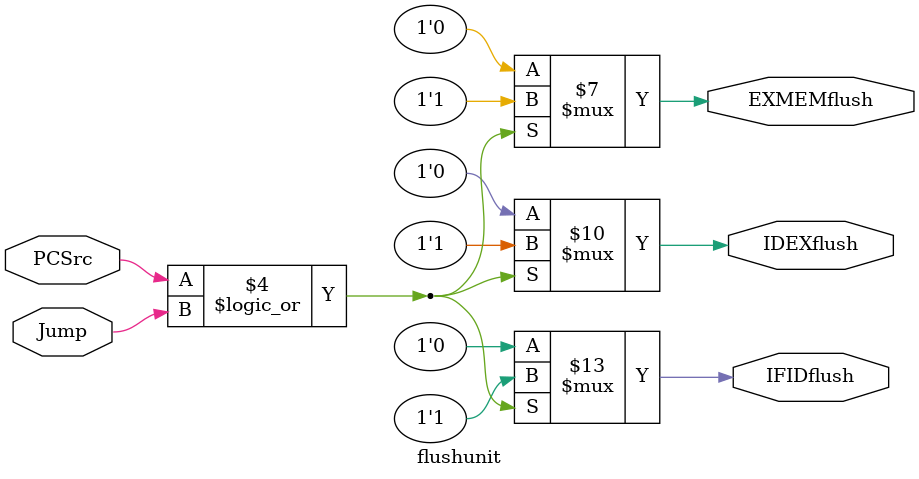
<source format=v>
`timescale 1ns / 1ps
module flushunit(PCSrc,Jump,IFIDflush,IDEXflush,EXMEMflush);
input PCSrc,Jump;
output IFIDflush,IDEXflush,EXMEMflush;
reg IFIDflush,IDEXflush,EXMEMflush;
initial begin
	IFIDflush=0;
	IDEXflush=0;
	EXMEMflush=0;
end

always @(PCSrc or Jump) begin
	IFIDflush=0;
	IDEXflush=0;
	EXMEMflush=0;
	if ((PCSrc==1)||(Jump==1)) begin
		IFIDflush=1;
		IDEXflush=1;
		EXMEMflush=1;
	end
 
end
endmodule

</source>
